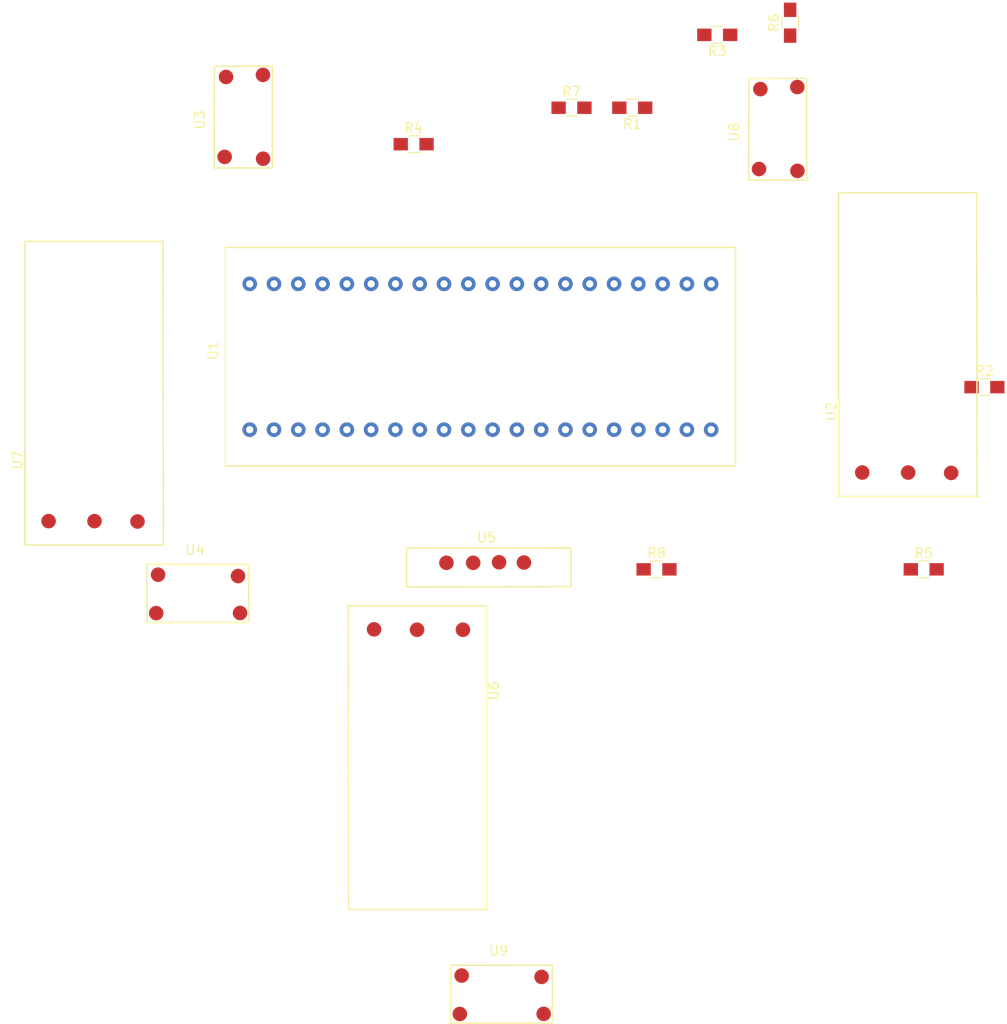
<source format=kicad_pcb>
(kicad_pcb (version 4) (host pcbnew 4.0.7)

  (general
    (links 39)
    (no_connects 39)
    (area 95.045 24.094999 200.695001 131.562021)
    (thickness 1.6)
    (drawings 0)
    (tracks 0)
    (zones 0)
    (modules 17)
    (nets 18)
  )

  (page A4)
  (layers
    (0 F.Cu signal)
    (31 B.Cu signal)
    (32 B.Adhes user)
    (33 F.Adhes user)
    (34 B.Paste user)
    (35 F.Paste user)
    (36 B.SilkS user)
    (37 F.SilkS user)
    (38 B.Mask user)
    (39 F.Mask user)
    (40 Dwgs.User user)
    (41 Cmts.User user)
    (42 Eco1.User user)
    (43 Eco2.User user)
    (44 Edge.Cuts user)
    (45 Margin user)
    (46 B.CrtYd user)
    (47 F.CrtYd user)
    (48 B.Fab user)
    (49 F.Fab user)
  )

  (setup
    (last_trace_width 0.25)
    (trace_clearance 0.2)
    (zone_clearance 0.508)
    (zone_45_only no)
    (trace_min 0.2)
    (segment_width 0.2)
    (edge_width 0.1)
    (via_size 0.6)
    (via_drill 0.4)
    (via_min_size 0.4)
    (via_min_drill 0.3)
    (uvia_size 0.3)
    (uvia_drill 0.1)
    (uvias_allowed no)
    (uvia_min_size 0.2)
    (uvia_min_drill 0.1)
    (pcb_text_width 0.3)
    (pcb_text_size 1.5 1.5)
    (mod_edge_width 0.15)
    (mod_text_size 1 1)
    (mod_text_width 0.15)
    (pad_size 1.5 1.5)
    (pad_drill 0.6)
    (pad_to_mask_clearance 0)
    (aux_axis_origin 0 0)
    (visible_elements 7FFFFFFF)
    (pcbplotparams
      (layerselection 0x00030_80000001)
      (usegerberextensions false)
      (excludeedgelayer true)
      (linewidth 0.100000)
      (plotframeref false)
      (viasonmask false)
      (mode 1)
      (useauxorigin false)
      (hpglpennumber 1)
      (hpglpenspeed 20)
      (hpglpendiameter 15)
      (hpglpenoverlay 2)
      (psnegative false)
      (psa4output false)
      (plotreference true)
      (plotvalue true)
      (plotinvisibletext false)
      (padsonsilk false)
      (subtractmaskfromsilk false)
      (outputformat 1)
      (mirror false)
      (drillshape 1)
      (scaleselection 1)
      (outputdirectory ""))
  )

  (net 0 "")
  (net 1 "Net-(R1-Pad1)")
  (net 2 VCC)
  (net 3 "Net-(R2-Pad1)")
  (net 4 "Net-(R3-Pad2)")
  (net 5 "Net-(R4-Pad1)")
  (net 6 "Net-(R5-Pad1)")
  (net 7 "Net-(R6-Pad2)")
  (net 8 "Net-(R7-Pad1)")
  (net 9 "Net-(R8-Pad1)")
  (net 10 "Net-(U1-Pad24)")
  (net 11 "Net-(U1-Pad31)")
  (net 12 "Net-(U1-Pad32)")
  (net 13 "Net-(U1-Pad33)")
  (net 14 "Net-(U1-Pad36)")
  (net 15 "Net-(U1-Pad37)")
  (net 16 "Net-(U1-Pad40)")
  (net 17 GND)

  (net_class Default "This is the default net class."
    (clearance 0.2)
    (trace_width 0.25)
    (via_dia 0.6)
    (via_drill 0.4)
    (uvia_dia 0.3)
    (uvia_drill 0.1)
    (add_net GND)
    (add_net "Net-(R1-Pad1)")
    (add_net "Net-(R2-Pad1)")
    (add_net "Net-(R3-Pad2)")
    (add_net "Net-(R4-Pad1)")
    (add_net "Net-(R5-Pad1)")
    (add_net "Net-(R6-Pad2)")
    (add_net "Net-(R7-Pad1)")
    (add_net "Net-(R8-Pad1)")
    (add_net "Net-(U1-Pad24)")
    (add_net "Net-(U1-Pad31)")
    (add_net "Net-(U1-Pad32)")
    (add_net "Net-(U1-Pad33)")
    (add_net "Net-(U1-Pad36)")
    (add_net "Net-(U1-Pad37)")
    (add_net "Net-(U1-Pad40)")
    (add_net VCC)
  )

  (module Resistors_SMD:R_0805_HandSoldering (layer F.Cu) (tedit 58E0A804) (tstamp 5BAB9842)
    (at 161.29 35.56 180)
    (descr "Resistor SMD 0805, hand soldering")
    (tags "resistor 0805")
    (path /5B996255)
    (attr smd)
    (fp_text reference R1 (at 0 -1.7 180) (layer F.SilkS)
      (effects (font (size 1 1) (thickness 0.15)))
    )
    (fp_text value R (at 0 1.75 180) (layer F.Fab)
      (effects (font (size 1 1) (thickness 0.15)))
    )
    (fp_text user %R (at 0 0 180) (layer F.Fab)
      (effects (font (size 0.5 0.5) (thickness 0.075)))
    )
    (fp_line (start -1 0.62) (end -1 -0.62) (layer F.Fab) (width 0.1))
    (fp_line (start 1 0.62) (end -1 0.62) (layer F.Fab) (width 0.1))
    (fp_line (start 1 -0.62) (end 1 0.62) (layer F.Fab) (width 0.1))
    (fp_line (start -1 -0.62) (end 1 -0.62) (layer F.Fab) (width 0.1))
    (fp_line (start 0.6 0.88) (end -0.6 0.88) (layer F.SilkS) (width 0.12))
    (fp_line (start -0.6 -0.88) (end 0.6 -0.88) (layer F.SilkS) (width 0.12))
    (fp_line (start -2.35 -0.9) (end 2.35 -0.9) (layer F.CrtYd) (width 0.05))
    (fp_line (start -2.35 -0.9) (end -2.35 0.9) (layer F.CrtYd) (width 0.05))
    (fp_line (start 2.35 0.9) (end 2.35 -0.9) (layer F.CrtYd) (width 0.05))
    (fp_line (start 2.35 0.9) (end -2.35 0.9) (layer F.CrtYd) (width 0.05))
    (pad 1 smd rect (at -1.35 0 180) (size 1.5 1.3) (layers F.Cu F.Paste F.Mask)
      (net 1 "Net-(R1-Pad1)"))
    (pad 2 smd rect (at 1.35 0 180) (size 1.5 1.3) (layers F.Cu F.Paste F.Mask)
      (net 2 VCC))
    (model ${KISYS3DMOD}/Resistors_SMD.3dshapes/R_0805.wrl
      (at (xyz 0 0 0))
      (scale (xyz 1 1 1))
      (rotate (xyz 0 0 0))
    )
  )

  (module Resistors_SMD:R_0805_HandSoldering (layer F.Cu) (tedit 58E0A804) (tstamp 5BAB9848)
    (at 198.12 64.77)
    (descr "Resistor SMD 0805, hand soldering")
    (tags "resistor 0805")
    (path /5B995E4B)
    (attr smd)
    (fp_text reference R2 (at 0 -1.7) (layer F.SilkS)
      (effects (font (size 1 1) (thickness 0.15)))
    )
    (fp_text value R (at 0 1.75) (layer F.Fab)
      (effects (font (size 1 1) (thickness 0.15)))
    )
    (fp_text user %R (at 0 0) (layer F.Fab)
      (effects (font (size 0.5 0.5) (thickness 0.075)))
    )
    (fp_line (start -1 0.62) (end -1 -0.62) (layer F.Fab) (width 0.1))
    (fp_line (start 1 0.62) (end -1 0.62) (layer F.Fab) (width 0.1))
    (fp_line (start 1 -0.62) (end 1 0.62) (layer F.Fab) (width 0.1))
    (fp_line (start -1 -0.62) (end 1 -0.62) (layer F.Fab) (width 0.1))
    (fp_line (start 0.6 0.88) (end -0.6 0.88) (layer F.SilkS) (width 0.12))
    (fp_line (start -0.6 -0.88) (end 0.6 -0.88) (layer F.SilkS) (width 0.12))
    (fp_line (start -2.35 -0.9) (end 2.35 -0.9) (layer F.CrtYd) (width 0.05))
    (fp_line (start -2.35 -0.9) (end -2.35 0.9) (layer F.CrtYd) (width 0.05))
    (fp_line (start 2.35 0.9) (end 2.35 -0.9) (layer F.CrtYd) (width 0.05))
    (fp_line (start 2.35 0.9) (end -2.35 0.9) (layer F.CrtYd) (width 0.05))
    (pad 1 smd rect (at -1.35 0) (size 1.5 1.3) (layers F.Cu F.Paste F.Mask)
      (net 3 "Net-(R2-Pad1)"))
    (pad 2 smd rect (at 1.35 0) (size 1.5 1.3) (layers F.Cu F.Paste F.Mask)
      (net 2 VCC))
    (model ${KISYS3DMOD}/Resistors_SMD.3dshapes/R_0805.wrl
      (at (xyz 0 0 0))
      (scale (xyz 1 1 1))
      (rotate (xyz 0 0 0))
    )
  )

  (module Resistors_SMD:R_0805_HandSoldering (layer F.Cu) (tedit 58E0A804) (tstamp 5BAB984E)
    (at 170.18 27.94 180)
    (descr "Resistor SMD 0805, hand soldering")
    (tags "resistor 0805")
    (path /5B996430)
    (attr smd)
    (fp_text reference R3 (at 0 -1.7 180) (layer F.SilkS)
      (effects (font (size 1 1) (thickness 0.15)))
    )
    (fp_text value R (at 0 1.75 180) (layer F.Fab)
      (effects (font (size 1 1) (thickness 0.15)))
    )
    (fp_text user %R (at 0 0 180) (layer F.Fab)
      (effects (font (size 0.5 0.5) (thickness 0.075)))
    )
    (fp_line (start -1 0.62) (end -1 -0.62) (layer F.Fab) (width 0.1))
    (fp_line (start 1 0.62) (end -1 0.62) (layer F.Fab) (width 0.1))
    (fp_line (start 1 -0.62) (end 1 0.62) (layer F.Fab) (width 0.1))
    (fp_line (start -1 -0.62) (end 1 -0.62) (layer F.Fab) (width 0.1))
    (fp_line (start 0.6 0.88) (end -0.6 0.88) (layer F.SilkS) (width 0.12))
    (fp_line (start -0.6 -0.88) (end 0.6 -0.88) (layer F.SilkS) (width 0.12))
    (fp_line (start -2.35 -0.9) (end 2.35 -0.9) (layer F.CrtYd) (width 0.05))
    (fp_line (start -2.35 -0.9) (end -2.35 0.9) (layer F.CrtYd) (width 0.05))
    (fp_line (start 2.35 0.9) (end 2.35 -0.9) (layer F.CrtYd) (width 0.05))
    (fp_line (start 2.35 0.9) (end -2.35 0.9) (layer F.CrtYd) (width 0.05))
    (pad 1 smd rect (at -1.35 0 180) (size 1.5 1.3) (layers F.Cu F.Paste F.Mask)
      (net 2 VCC))
    (pad 2 smd rect (at 1.35 0 180) (size 1.5 1.3) (layers F.Cu F.Paste F.Mask)
      (net 4 "Net-(R3-Pad2)"))
    (model ${KISYS3DMOD}/Resistors_SMD.3dshapes/R_0805.wrl
      (at (xyz 0 0 0))
      (scale (xyz 1 1 1))
      (rotate (xyz 0 0 0))
    )
  )

  (module Resistors_SMD:R_0805_HandSoldering (layer F.Cu) (tedit 58E0A804) (tstamp 5BAB9854)
    (at 138.43 39.37)
    (descr "Resistor SMD 0805, hand soldering")
    (tags "resistor 0805")
    (path /5B996511)
    (attr smd)
    (fp_text reference R4 (at 0 -1.7) (layer F.SilkS)
      (effects (font (size 1 1) (thickness 0.15)))
    )
    (fp_text value R (at 0 1.75) (layer F.Fab)
      (effects (font (size 1 1) (thickness 0.15)))
    )
    (fp_text user %R (at 0 0) (layer F.Fab)
      (effects (font (size 0.5 0.5) (thickness 0.075)))
    )
    (fp_line (start -1 0.62) (end -1 -0.62) (layer F.Fab) (width 0.1))
    (fp_line (start 1 0.62) (end -1 0.62) (layer F.Fab) (width 0.1))
    (fp_line (start 1 -0.62) (end 1 0.62) (layer F.Fab) (width 0.1))
    (fp_line (start -1 -0.62) (end 1 -0.62) (layer F.Fab) (width 0.1))
    (fp_line (start 0.6 0.88) (end -0.6 0.88) (layer F.SilkS) (width 0.12))
    (fp_line (start -0.6 -0.88) (end 0.6 -0.88) (layer F.SilkS) (width 0.12))
    (fp_line (start -2.35 -0.9) (end 2.35 -0.9) (layer F.CrtYd) (width 0.05))
    (fp_line (start -2.35 -0.9) (end -2.35 0.9) (layer F.CrtYd) (width 0.05))
    (fp_line (start 2.35 0.9) (end 2.35 -0.9) (layer F.CrtYd) (width 0.05))
    (fp_line (start 2.35 0.9) (end -2.35 0.9) (layer F.CrtYd) (width 0.05))
    (pad 1 smd rect (at -1.35 0) (size 1.5 1.3) (layers F.Cu F.Paste F.Mask)
      (net 5 "Net-(R4-Pad1)"))
    (pad 2 smd rect (at 1.35 0) (size 1.5 1.3) (layers F.Cu F.Paste F.Mask)
      (net 2 VCC))
    (model ${KISYS3DMOD}/Resistors_SMD.3dshapes/R_0805.wrl
      (at (xyz 0 0 0))
      (scale (xyz 1 1 1))
      (rotate (xyz 0 0 0))
    )
  )

  (module Resistors_SMD:R_0805_HandSoldering (layer F.Cu) (tedit 58E0A804) (tstamp 5BAB985A)
    (at 191.77 83.82)
    (descr "Resistor SMD 0805, hand soldering")
    (tags "resistor 0805")
    (path /5B9965B6)
    (attr smd)
    (fp_text reference R5 (at 0 -1.7) (layer F.SilkS)
      (effects (font (size 1 1) (thickness 0.15)))
    )
    (fp_text value R (at 0 1.75) (layer F.Fab)
      (effects (font (size 1 1) (thickness 0.15)))
    )
    (fp_text user %R (at 0 0) (layer F.Fab)
      (effects (font (size 0.5 0.5) (thickness 0.075)))
    )
    (fp_line (start -1 0.62) (end -1 -0.62) (layer F.Fab) (width 0.1))
    (fp_line (start 1 0.62) (end -1 0.62) (layer F.Fab) (width 0.1))
    (fp_line (start 1 -0.62) (end 1 0.62) (layer F.Fab) (width 0.1))
    (fp_line (start -1 -0.62) (end 1 -0.62) (layer F.Fab) (width 0.1))
    (fp_line (start 0.6 0.88) (end -0.6 0.88) (layer F.SilkS) (width 0.12))
    (fp_line (start -0.6 -0.88) (end 0.6 -0.88) (layer F.SilkS) (width 0.12))
    (fp_line (start -2.35 -0.9) (end 2.35 -0.9) (layer F.CrtYd) (width 0.05))
    (fp_line (start -2.35 -0.9) (end -2.35 0.9) (layer F.CrtYd) (width 0.05))
    (fp_line (start 2.35 0.9) (end 2.35 -0.9) (layer F.CrtYd) (width 0.05))
    (fp_line (start 2.35 0.9) (end -2.35 0.9) (layer F.CrtYd) (width 0.05))
    (pad 1 smd rect (at -1.35 0) (size 1.5 1.3) (layers F.Cu F.Paste F.Mask)
      (net 6 "Net-(R5-Pad1)"))
    (pad 2 smd rect (at 1.35 0) (size 1.5 1.3) (layers F.Cu F.Paste F.Mask)
      (net 2 VCC))
    (model ${KISYS3DMOD}/Resistors_SMD.3dshapes/R_0805.wrl
      (at (xyz 0 0 0))
      (scale (xyz 1 1 1))
      (rotate (xyz 0 0 0))
    )
  )

  (module Resistors_SMD:R_0805_HandSoldering (layer F.Cu) (tedit 58E0A804) (tstamp 5BAB9860)
    (at 177.8 26.67 90)
    (descr "Resistor SMD 0805, hand soldering")
    (tags "resistor 0805")
    (path /5B996349)
    (attr smd)
    (fp_text reference R6 (at 0 -1.7 90) (layer F.SilkS)
      (effects (font (size 1 1) (thickness 0.15)))
    )
    (fp_text value R (at 0 1.75 90) (layer F.Fab)
      (effects (font (size 1 1) (thickness 0.15)))
    )
    (fp_text user %R (at 0 0 90) (layer F.Fab)
      (effects (font (size 0.5 0.5) (thickness 0.075)))
    )
    (fp_line (start -1 0.62) (end -1 -0.62) (layer F.Fab) (width 0.1))
    (fp_line (start 1 0.62) (end -1 0.62) (layer F.Fab) (width 0.1))
    (fp_line (start 1 -0.62) (end 1 0.62) (layer F.Fab) (width 0.1))
    (fp_line (start -1 -0.62) (end 1 -0.62) (layer F.Fab) (width 0.1))
    (fp_line (start 0.6 0.88) (end -0.6 0.88) (layer F.SilkS) (width 0.12))
    (fp_line (start -0.6 -0.88) (end 0.6 -0.88) (layer F.SilkS) (width 0.12))
    (fp_line (start -2.35 -0.9) (end 2.35 -0.9) (layer F.CrtYd) (width 0.05))
    (fp_line (start -2.35 -0.9) (end -2.35 0.9) (layer F.CrtYd) (width 0.05))
    (fp_line (start 2.35 0.9) (end 2.35 -0.9) (layer F.CrtYd) (width 0.05))
    (fp_line (start 2.35 0.9) (end -2.35 0.9) (layer F.CrtYd) (width 0.05))
    (pad 1 smd rect (at -1.35 0 90) (size 1.5 1.3) (layers F.Cu F.Paste F.Mask)
      (net 2 VCC))
    (pad 2 smd rect (at 1.35 0 90) (size 1.5 1.3) (layers F.Cu F.Paste F.Mask)
      (net 7 "Net-(R6-Pad2)"))
    (model ${KISYS3DMOD}/Resistors_SMD.3dshapes/R_0805.wrl
      (at (xyz 0 0 0))
      (scale (xyz 1 1 1))
      (rotate (xyz 0 0 0))
    )
  )

  (module Resistors_SMD:R_0805_HandSoldering (layer F.Cu) (tedit 58E0A804) (tstamp 5BAB9866)
    (at 154.94 35.56)
    (descr "Resistor SMD 0805, hand soldering")
    (tags "resistor 0805")
    (path /5B9962DA)
    (attr smd)
    (fp_text reference R7 (at 0 -1.7) (layer F.SilkS)
      (effects (font (size 1 1) (thickness 0.15)))
    )
    (fp_text value R (at 0 1.75) (layer F.Fab)
      (effects (font (size 1 1) (thickness 0.15)))
    )
    (fp_text user %R (at 0 0) (layer F.Fab)
      (effects (font (size 0.5 0.5) (thickness 0.075)))
    )
    (fp_line (start -1 0.62) (end -1 -0.62) (layer F.Fab) (width 0.1))
    (fp_line (start 1 0.62) (end -1 0.62) (layer F.Fab) (width 0.1))
    (fp_line (start 1 -0.62) (end 1 0.62) (layer F.Fab) (width 0.1))
    (fp_line (start -1 -0.62) (end 1 -0.62) (layer F.Fab) (width 0.1))
    (fp_line (start 0.6 0.88) (end -0.6 0.88) (layer F.SilkS) (width 0.12))
    (fp_line (start -0.6 -0.88) (end 0.6 -0.88) (layer F.SilkS) (width 0.12))
    (fp_line (start -2.35 -0.9) (end 2.35 -0.9) (layer F.CrtYd) (width 0.05))
    (fp_line (start -2.35 -0.9) (end -2.35 0.9) (layer F.CrtYd) (width 0.05))
    (fp_line (start 2.35 0.9) (end 2.35 -0.9) (layer F.CrtYd) (width 0.05))
    (fp_line (start 2.35 0.9) (end -2.35 0.9) (layer F.CrtYd) (width 0.05))
    (pad 1 smd rect (at -1.35 0) (size 1.5 1.3) (layers F.Cu F.Paste F.Mask)
      (net 8 "Net-(R7-Pad1)"))
    (pad 2 smd rect (at 1.35 0) (size 1.5 1.3) (layers F.Cu F.Paste F.Mask)
      (net 2 VCC))
    (model ${KISYS3DMOD}/Resistors_SMD.3dshapes/R_0805.wrl
      (at (xyz 0 0 0))
      (scale (xyz 1 1 1))
      (rotate (xyz 0 0 0))
    )
  )

  (module Resistors_SMD:R_0805_HandSoldering (layer F.Cu) (tedit 58E0A804) (tstamp 5BAB986C)
    (at 163.83 83.82)
    (descr "Resistor SMD 0805, hand soldering")
    (tags "resistor 0805")
    (path /5B9961F0)
    (attr smd)
    (fp_text reference R8 (at 0 -1.7) (layer F.SilkS)
      (effects (font (size 1 1) (thickness 0.15)))
    )
    (fp_text value R (at 0 1.75) (layer F.Fab)
      (effects (font (size 1 1) (thickness 0.15)))
    )
    (fp_text user %R (at 0 0) (layer F.Fab)
      (effects (font (size 0.5 0.5) (thickness 0.075)))
    )
    (fp_line (start -1 0.62) (end -1 -0.62) (layer F.Fab) (width 0.1))
    (fp_line (start 1 0.62) (end -1 0.62) (layer F.Fab) (width 0.1))
    (fp_line (start 1 -0.62) (end 1 0.62) (layer F.Fab) (width 0.1))
    (fp_line (start -1 -0.62) (end 1 -0.62) (layer F.Fab) (width 0.1))
    (fp_line (start 0.6 0.88) (end -0.6 0.88) (layer F.SilkS) (width 0.12))
    (fp_line (start -0.6 -0.88) (end 0.6 -0.88) (layer F.SilkS) (width 0.12))
    (fp_line (start -2.35 -0.9) (end 2.35 -0.9) (layer F.CrtYd) (width 0.05))
    (fp_line (start -2.35 -0.9) (end -2.35 0.9) (layer F.CrtYd) (width 0.05))
    (fp_line (start 2.35 0.9) (end 2.35 -0.9) (layer F.CrtYd) (width 0.05))
    (fp_line (start 2.35 0.9) (end -2.35 0.9) (layer F.CrtYd) (width 0.05))
    (pad 1 smd rect (at -1.35 0) (size 1.5 1.3) (layers F.Cu F.Paste F.Mask)
      (net 9 "Net-(R8-Pad1)"))
    (pad 2 smd rect (at 1.35 0) (size 1.5 1.3) (layers F.Cu F.Paste F.Mask)
      (net 2 VCC))
    (model ${KISYS3DMOD}/Resistors_SMD.3dshapes/R_0805.wrl
      (at (xyz 0 0 0))
      (scale (xyz 1 1 1))
      (rotate (xyz 0 0 0))
    )
  )

  (module stm32:stm32 (layer F.Cu) (tedit 5B25D329) (tstamp 5BAB9898)
    (at 118.745 73.025 90)
    (path /5AD50E29)
    (fp_text reference U1 (at 12.065 -1.27 90) (layer F.SilkS)
      (effects (font (size 1 1) (thickness 0.15)))
    )
    (fp_text value STM32F103C8T6 (at 12.065 -3.175 90) (layer F.Fab)
      (effects (font (size 1 1) (thickness 0.15)))
    )
    (fp_line (start 22.86 53.34) (end 22.86 0) (layer F.SilkS) (width 0.15))
    (fp_line (start 22.86 0) (end 0 0) (layer F.SilkS) (width 0.15))
    (fp_line (start 0 0) (end 0 53.34) (layer F.SilkS) (width 0.15))
    (fp_line (start 0 53.34) (end 22.86 53.34) (layer F.SilkS) (width 0.15))
    (pad 1 thru_hole circle (at 3.81 2.54 90) (size 1.524 1.524) (drill 0.762) (layers *.Cu *.Mask))
    (pad 2 thru_hole circle (at 3.81 5.08 90) (size 1.524 1.524) (drill 0.762) (layers *.Cu *.Mask))
    (pad 3 thru_hole circle (at 3.81 7.62 90) (size 1.524 1.524) (drill 0.762) (layers *.Cu *.Mask))
    (pad 4 thru_hole circle (at 3.81 10.16 90) (size 1.524 1.524) (drill 0.762) (layers *.Cu *.Mask))
    (pad 5 thru_hole circle (at 3.81 12.7 90) (size 1.524 1.524) (drill 0.762) (layers *.Cu *.Mask))
    (pad 6 thru_hole circle (at 3.81 15.24 90) (size 1.524 1.524) (drill 0.762) (layers *.Cu *.Mask))
    (pad 7 thru_hole circle (at 3.81 17.78 90) (size 1.524 1.524) (drill 0.762) (layers *.Cu *.Mask))
    (pad 8 thru_hole circle (at 3.81 20.32 90) (size 1.524 1.524) (drill 0.762) (layers *.Cu *.Mask))
    (pad 9 thru_hole circle (at 3.81 22.86 90) (size 1.524 1.524) (drill 0.762) (layers *.Cu *.Mask))
    (pad 10 thru_hole circle (at 3.81 25.4 90) (size 1.524 1.524) (drill 0.762) (layers *.Cu *.Mask))
    (pad 11 thru_hole circle (at 3.81 27.94 90) (size 1.524 1.524) (drill 0.762) (layers *.Cu *.Mask)
      (net 8 "Net-(R7-Pad1)"))
    (pad 12 thru_hole circle (at 3.81 30.48 90) (size 1.524 1.524) (drill 0.762) (layers *.Cu *.Mask)
      (net 1 "Net-(R1-Pad1)"))
    (pad 13 thru_hole circle (at 3.81 33.02 90) (size 1.524 1.524) (drill 0.762) (layers *.Cu *.Mask))
    (pad 14 thru_hole circle (at 3.81 35.56 90) (size 1.524 1.524) (drill 0.762) (layers *.Cu *.Mask))
    (pad 15 thru_hole circle (at 3.81 38.1 90) (size 1.524 1.524) (drill 0.762) (layers *.Cu *.Mask))
    (pad 16 thru_hole circle (at 3.81 40.64 90) (size 1.524 1.524) (drill 0.762) (layers *.Cu *.Mask))
    (pad 17 thru_hole circle (at 3.81 43.18 90) (size 1.524 1.524) (drill 0.762) (layers *.Cu *.Mask))
    (pad 18 thru_hole circle (at 3.81 45.72 90) (size 1.524 1.524) (drill 0.762) (layers *.Cu *.Mask))
    (pad 19 thru_hole circle (at 3.81 48.26 90) (size 1.524 1.524) (drill 0.762) (layers *.Cu *.Mask))
    (pad 20 thru_hole circle (at 3.81 50.8 90) (size 1.524 1.524) (drill 0.762) (layers *.Cu *.Mask))
    (pad 21 thru_hole circle (at 19.05 2.54 90) (size 1.524 1.524) (drill 0.762) (layers *.Cu *.Mask))
    (pad 22 thru_hole circle (at 19.05 5.08 90) (size 1.524 1.524) (drill 0.762) (layers *.Cu *.Mask))
    (pad 23 thru_hole circle (at 19.05 7.62 90) (size 1.524 1.524) (drill 0.762) (layers *.Cu *.Mask))
    (pad 24 thru_hole circle (at 19.05 10.16 90) (size 1.524 1.524) (drill 0.762) (layers *.Cu *.Mask)
      (net 10 "Net-(U1-Pad24)"))
    (pad 25 thru_hole circle (at 19.05 12.7 90) (size 1.524 1.524) (drill 0.762) (layers *.Cu *.Mask)
      (net 9 "Net-(R8-Pad1)"))
    (pad 26 thru_hole circle (at 19.05 15.24 90) (size 1.524 1.524) (drill 0.762) (layers *.Cu *.Mask))
    (pad 27 thru_hole circle (at 19.05 17.78 90) (size 1.524 1.524) (drill 0.762) (layers *.Cu *.Mask))
    (pad 28 thru_hole circle (at 19.05 20.32 90) (size 1.524 1.524) (drill 0.762) (layers *.Cu *.Mask))
    (pad 29 thru_hole circle (at 19.05 22.86 90) (size 1.524 1.524) (drill 0.762) (layers *.Cu *.Mask))
    (pad 30 thru_hole circle (at 19.05 25.4 90) (size 1.524 1.524) (drill 0.762) (layers *.Cu *.Mask))
    (pad 31 thru_hole circle (at 19.05 27.94 90) (size 1.524 1.524) (drill 0.762) (layers *.Cu *.Mask)
      (net 11 "Net-(U1-Pad31)"))
    (pad 32 thru_hole circle (at 19.05 30.48 90) (size 1.524 1.524) (drill 0.762) (layers *.Cu *.Mask)
      (net 12 "Net-(U1-Pad32)"))
    (pad 33 thru_hole circle (at 19.05 33.02 90) (size 1.524 1.524) (drill 0.762) (layers *.Cu *.Mask)
      (net 13 "Net-(U1-Pad33)"))
    (pad 34 thru_hole circle (at 19.05 35.56 90) (size 1.524 1.524) (drill 0.762) (layers *.Cu *.Mask))
    (pad 35 thru_hole circle (at 19.05 38.1 90) (size 1.524 1.524) (drill 0.762) (layers *.Cu *.Mask))
    (pad 36 thru_hole circle (at 19.05 40.64 90) (size 1.524 1.524) (drill 0.762) (layers *.Cu *.Mask)
      (net 14 "Net-(U1-Pad36)"))
    (pad 37 thru_hole circle (at 19.05 43.18 90) (size 1.524 1.524) (drill 0.762) (layers *.Cu *.Mask)
      (net 15 "Net-(U1-Pad37)"))
    (pad 38 thru_hole circle (at 19.05 45.72 90) (size 1.524 1.524) (drill 0.762) (layers *.Cu *.Mask))
    (pad 39 thru_hole circle (at 19.05 48.26 90) (size 1.524 1.524) (drill 0.762) (layers *.Cu *.Mask)
      (net 3 "Net-(R2-Pad1)"))
    (pad 40 thru_hole circle (at 19.05 50.8 90) (size 1.524 1.524) (drill 0.762) (layers *.Cu *.Mask)
      (net 16 "Net-(U1-Pad40)"))
  )

  (module lm393:lm393 (layer F.Cu) (tedit 5BA8F16B) (tstamp 5BAB989F)
    (at 181.61 67.31 90)
    (path /5B991F46)
    (fp_text reference U2 (at 0 0.5 90) (layer F.SilkS)
      (effects (font (size 1 1) (thickness 0.15)))
    )
    (fp_text value lm393 (at 0 -0.5 90) (layer F.Fab)
      (effects (font (size 1 1) (thickness 0.15)))
    )
    (fp_line (start 22.8346 15.6972) (end -8.8646 15.7353) (layer F.SilkS) (width 0.15))
    (fp_line (start -8.8646 15.7353) (end -8.8646 15.6972) (layer F.SilkS) (width 0.15))
    (fp_line (start 22.86 1.27) (end 22.86 15.74) (layer F.SilkS) (width 0.15))
    (fp_line (start -8.89 1.27) (end -8.89 15.89) (layer F.SilkS) (width 0.15))
    (fp_line (start 22.89 1.27) (end -8.89 1.27) (layer F.SilkS) (width 0.15))
    (fp_line (start -8.89 1.27) (end 1.27 1.27) (layer F.SilkS) (width 0.15))
    (pad 1 smd circle (at -6.3881 3.7338 90) (size 1.524 1.524) (layers F.Cu F.Paste F.Mask)
      (net 16 "Net-(U1-Pad40)"))
    (pad 2 smd circle (at -6.3881 8.5344 90) (size 1.524 1.524) (layers F.Cu F.Paste F.Mask)
      (net 17 GND))
    (pad 3 smd circle (at -6.4262 13.0302 90) (size 1.524 1.524) (layers F.Cu F.Paste F.Mask)
      (net 2 VCC))
  )

  (module l298nmini:l298nmini (layer F.Cu) (tedit 5BA8F7BD) (tstamp 5BAB98B7)
    (at 146.05 80.01)
    (path /5BA87F7B)
    (fp_text reference U5 (at 0 0.5) (layer F.SilkS)
      (effects (font (size 1 1) (thickness 0.15)))
    )
    (fp_text value l298mini (at 0 -0.5) (layer F.Fab)
      (effects (font (size 1 1) (thickness 0.15)))
    )
    (fp_line (start 8.8011 1.78308) (end 8.8011 1.5875) (layer F.SilkS) (width 0.15))
    (fp_line (start 8.8011 1.5875) (end 6.62178 1.55956) (layer F.SilkS) (width 0.15))
    (fp_line (start 6.62178 1.55956) (end 6.53796 1.5875) (layer F.SilkS) (width 0.15))
    (fp_line (start 8.71728 1.55956) (end -8.35406 1.5875) (layer F.SilkS) (width 0.15))
    (fp_line (start -8.35406 1.5875) (end -8.35406 5.66674) (layer F.SilkS) (width 0.15))
    (fp_line (start -8.35406 5.66674) (end 8.85698 5.61086) (layer F.SilkS) (width 0.15))
    (fp_line (start 8.85698 5.61086) (end 8.82904 1.67132) (layer F.SilkS) (width 0.15))
    (pad 1 smd circle (at -4.191 3.1242) (size 1.524 1.524) (layers F.Cu F.Paste F.Mask)
      (net 12 "Net-(U1-Pad32)"))
    (pad 2 smd circle (at -1.397 3.1242) (size 1.524 1.524) (layers F.Cu F.Paste F.Mask)
      (net 13 "Net-(U1-Pad33)"))
    (pad 3 smd circle (at 1.31318 3.06832) (size 1.524 1.524) (layers F.Cu F.Paste F.Mask)
      (net 14 "Net-(U1-Pad36)"))
    (pad 4 smd circle (at 3.9116 3.09626) (size 1.524 1.524) (layers F.Cu F.Paste F.Mask)
      (net 15 "Net-(U1-Pad37)"))
  )

  (module lm393:lm393 (layer F.Cu) (tedit 5BA8F16B) (tstamp 5BAB98BE)
    (at 147.32 96.52 270)
    (path /5B992085)
    (fp_text reference U6 (at 0 0.5 270) (layer F.SilkS)
      (effects (font (size 1 1) (thickness 0.15)))
    )
    (fp_text value lm393 (at 0 -0.5 270) (layer F.Fab)
      (effects (font (size 1 1) (thickness 0.15)))
    )
    (fp_line (start 22.8346 15.6972) (end -8.8646 15.7353) (layer F.SilkS) (width 0.15))
    (fp_line (start -8.8646 15.7353) (end -8.8646 15.6972) (layer F.SilkS) (width 0.15))
    (fp_line (start 22.86 1.27) (end 22.86 15.74) (layer F.SilkS) (width 0.15))
    (fp_line (start -8.89 1.27) (end -8.89 15.89) (layer F.SilkS) (width 0.15))
    (fp_line (start 22.89 1.27) (end -8.89 1.27) (layer F.SilkS) (width 0.15))
    (fp_line (start -8.89 1.27) (end 1.27 1.27) (layer F.SilkS) (width 0.15))
    (pad 1 smd circle (at -6.3881 3.7338 270) (size 1.524 1.524) (layers F.Cu F.Paste F.Mask)
      (net 11 "Net-(U1-Pad31)"))
    (pad 2 smd circle (at -6.3881 8.5344 270) (size 1.524 1.524) (layers F.Cu F.Paste F.Mask)
      (net 17 GND))
    (pad 3 smd circle (at -6.4262 13.0302 270) (size 1.524 1.524) (layers F.Cu F.Paste F.Mask)
      (net 2 VCC))
  )

  (module lm393:lm393 (layer F.Cu) (tedit 5BA8F16B) (tstamp 5BAB98C5)
    (at 96.52 72.39 90)
    (path /5B991CEC)
    (fp_text reference U7 (at 0 0.5 90) (layer F.SilkS)
      (effects (font (size 1 1) (thickness 0.15)))
    )
    (fp_text value lm393 (at 0 -0.5 90) (layer F.Fab)
      (effects (font (size 1 1) (thickness 0.15)))
    )
    (fp_line (start 22.8346 15.6972) (end -8.8646 15.7353) (layer F.SilkS) (width 0.15))
    (fp_line (start -8.8646 15.7353) (end -8.8646 15.6972) (layer F.SilkS) (width 0.15))
    (fp_line (start 22.86 1.27) (end 22.86 15.74) (layer F.SilkS) (width 0.15))
    (fp_line (start -8.89 1.27) (end -8.89 15.89) (layer F.SilkS) (width 0.15))
    (fp_line (start 22.89 1.27) (end -8.89 1.27) (layer F.SilkS) (width 0.15))
    (fp_line (start -8.89 1.27) (end 1.27 1.27) (layer F.SilkS) (width 0.15))
    (pad 1 smd circle (at -6.3881 3.7338 90) (size 1.524 1.524) (layers F.Cu F.Paste F.Mask)
      (net 10 "Net-(U1-Pad24)"))
    (pad 2 smd circle (at -6.3881 8.5344 90) (size 1.524 1.524) (layers F.Cu F.Paste F.Mask)
      (net 17 GND))
    (pad 3 smd circle (at -6.4262 13.0302 90) (size 1.524 1.524) (layers F.Cu F.Paste F.Mask)
      (net 2 VCC))
  )

  (module tcrt5000:tcrt5000 (layer F.Cu) (tedit 5BAB926B) (tstamp 5BAB98CD)
    (at 171.45 38.1 90)
    (path /5B993F0D)
    (fp_text reference U8 (at 0 0.5 90) (layer F.SilkS)
      (effects (font (size 1 1) (thickness 0.15)))
    )
    (fp_text value tcrt5000 (at 0 -0.5 90) (layer F.Fab)
      (effects (font (size 1 1) (thickness 0.15)))
    )
    (fp_line (start -5.03174 8.08482) (end 5.62102 8.08482) (layer F.SilkS) (width 0.15))
    (fp_line (start 5.62102 8.08482) (end 5.59816 2.04978) (layer F.SilkS) (width 0.15))
    (fp_line (start 5.59816 2.04978) (end 5.5753 2.03962) (layer F.SilkS) (width 0.15))
    (fp_line (start -5.02158 2.02692) (end -5.02158 8.09702) (layer F.SilkS) (width 0.15))
    (fp_line (start -5.0546 2.02692) (end -5.0546 2.01676) (layer F.SilkS) (width 0.15))
    (fp_line (start -5.0546 2.01676) (end 5.5466 2.02692) (layer F.SilkS) (width 0.15))
    (fp_line (start 4.5466 2.02692) (end 4.52374 2.04978) (layer F.SilkS) (width 0.15))
    (pad 3 smd circle (at 4.49072 3.2385 90) (size 1.524 1.524) (layers F.Cu F.Paste F.Mask)
      (net 17 GND))
    (pad 4 smd circle (at 4.70662 7.10184 90) (size 1.524 1.524) (layers F.Cu F.Paste F.Mask)
      (net 7 "Net-(R6-Pad2)"))
    (pad 1 smd circle (at -3.86588 3.09626 90) (size 1.524 1.524) (layers F.Cu F.Paste F.Mask)
      (net 8 "Net-(R7-Pad1)"))
    (pad 2 smd circle (at -4.06146 7.11454 90) (size 1.524 1.524) (layers F.Cu F.Paste F.Mask)
      (net 17 GND))
  )

  (module tcrt5000:tcrt5000 (layer F.Cu) (tedit 5BAB98B6) (tstamp 5BAB98AF)
    (at 115.57 81.28)
    (path /5B991AB0)
    (fp_text reference U4 (at 0 0.5) (layer F.SilkS)
      (effects (font (size 1 1) (thickness 0.15)))
    )
    (fp_text value tcrt5000 (at 0 -0.5) (layer F.Fab)
      (effects (font (size 1 1) (thickness 0.15)))
    )
    (fp_line (start -5.03174 8.08482) (end 5.62102 8.08482) (layer F.SilkS) (width 0.15))
    (fp_line (start 5.62102 8.08482) (end 5.59816 2.04978) (layer F.SilkS) (width 0.15))
    (fp_line (start 5.59816 2.04978) (end 5.5753 2.03962) (layer F.SilkS) (width 0.15))
    (fp_line (start -5.02158 2.02692) (end -5.02158 8.09702) (layer F.SilkS) (width 0.15))
    (fp_line (start -5.0546 2.02692) (end -5.0546 2.01676) (layer F.SilkS) (width 0.15))
    (fp_line (start -5.0546 2.01676) (end 5.5466 2.02692) (layer F.SilkS) (width 0.15))
    (fp_line (start 4.5466 2.02692) (end 4.52374 2.04978) (layer F.SilkS) (width 0.15))
    (pad 4 smd circle (at 4.49072 3.2385) (size 1.524 1.524) (layers F.Cu F.Paste F.Mask)
      (net 5 "Net-(R4-Pad1)"))
    (pad 3 smd circle (at 4.70662 7.10184) (size 1.524 1.524) (layers F.Cu F.Paste F.Mask)
      (net 17 GND))
    (pad 1 smd circle (at -3.86588 3.09626) (size 1.524 1.524) (layers F.Cu F.Paste F.Mask)
      (net 3 "Net-(R2-Pad1)"))
    (pad 2 smd circle (at -4.06146 7.11454) (size 1.524 1.524) (layers F.Cu F.Paste F.Mask)
      (net 17 GND))
  )

  (module tcrt5000:tcrt5000 (layer F.Cu) (tedit 5BAB98B6) (tstamp 5BAB98A7)
    (at 115.57 36.83 90)
    (path /5B993E68)
    (fp_text reference U3 (at 0 0.5 90) (layer F.SilkS)
      (effects (font (size 1 1) (thickness 0.15)))
    )
    (fp_text value tcrt5000 (at 0 -0.5 90) (layer F.Fab)
      (effects (font (size 1 1) (thickness 0.15)))
    )
    (fp_line (start -5.03174 8.08482) (end 5.62102 8.08482) (layer F.SilkS) (width 0.15))
    (fp_line (start 5.62102 8.08482) (end 5.59816 2.04978) (layer F.SilkS) (width 0.15))
    (fp_line (start 5.59816 2.04978) (end 5.5753 2.03962) (layer F.SilkS) (width 0.15))
    (fp_line (start -5.02158 2.02692) (end -5.02158 8.09702) (layer F.SilkS) (width 0.15))
    (fp_line (start -5.0546 2.02692) (end -5.0546 2.01676) (layer F.SilkS) (width 0.15))
    (fp_line (start -5.0546 2.01676) (end 5.5466 2.02692) (layer F.SilkS) (width 0.15))
    (fp_line (start 4.5466 2.02692) (end 4.52374 2.04978) (layer F.SilkS) (width 0.15))
    (pad 4 smd circle (at 4.49072 3.2385 90) (size 1.524 1.524) (layers F.Cu F.Paste F.Mask)
      (net 4 "Net-(R3-Pad2)"))
    (pad 3 smd circle (at 4.70662 7.10184 90) (size 1.524 1.524) (layers F.Cu F.Paste F.Mask)
      (net 17 GND))
    (pad 1 smd circle (at -3.86588 3.09626 90) (size 1.524 1.524) (layers F.Cu F.Paste F.Mask)
      (net 1 "Net-(R1-Pad1)"))
    (pad 2 smd circle (at -4.06146 7.11454 90) (size 1.524 1.524) (layers F.Cu F.Paste F.Mask)
      (net 17 GND))
  )

  (module tcrt5000:tcrt5000 (layer F.Cu) (tedit 5BAB98B6) (tstamp 5BAB98D5)
    (at 147.32 123.19)
    (path /5B993DFF)
    (fp_text reference U9 (at 0 0.5) (layer F.SilkS)
      (effects (font (size 1 1) (thickness 0.15)))
    )
    (fp_text value tcrt5000 (at 0 -0.5) (layer F.Fab)
      (effects (font (size 1 1) (thickness 0.15)))
    )
    (fp_line (start -5.03174 8.08482) (end 5.62102 8.08482) (layer F.SilkS) (width 0.15))
    (fp_line (start 5.62102 8.08482) (end 5.59816 2.04978) (layer F.SilkS) (width 0.15))
    (fp_line (start 5.59816 2.04978) (end 5.5753 2.03962) (layer F.SilkS) (width 0.15))
    (fp_line (start -5.02158 2.02692) (end -5.02158 8.09702) (layer F.SilkS) (width 0.15))
    (fp_line (start -5.0546 2.02692) (end -5.0546 2.01676) (layer F.SilkS) (width 0.15))
    (fp_line (start -5.0546 2.01676) (end 5.5466 2.02692) (layer F.SilkS) (width 0.15))
    (fp_line (start 4.5466 2.02692) (end 4.52374 2.04978) (layer F.SilkS) (width 0.15))
    (pad 4 smd circle (at 4.49072 3.2385) (size 1.524 1.524) (layers F.Cu F.Paste F.Mask)
      (net 6 "Net-(R5-Pad1)"))
    (pad 3 smd circle (at 4.70662 7.10184) (size 1.524 1.524) (layers F.Cu F.Paste F.Mask)
      (net 17 GND))
    (pad 1 smd circle (at -3.86588 3.09626) (size 1.524 1.524) (layers F.Cu F.Paste F.Mask)
      (net 9 "Net-(R8-Pad1)"))
    (pad 2 smd circle (at -4.06146 7.11454) (size 1.524 1.524) (layers F.Cu F.Paste F.Mask)
      (net 17 GND))
  )

)

</source>
